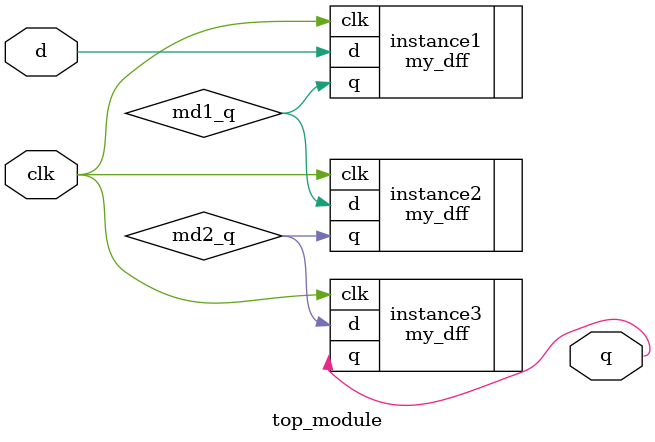
<source format=v>
module top_module ( input clk, input d, output q );

    wire md1_q;
    my_dff instance1 ( .clk(clk), .d(d), .q(md1_q) );
    
	wire md2_q;
    
    my_dff instance2 ( .clk(clk), .d(md1_q), .q(md2_q) );
    my_dff instance3 ( .clk(clk), .d(md2_q), .q(q) );
endmodule

</source>
